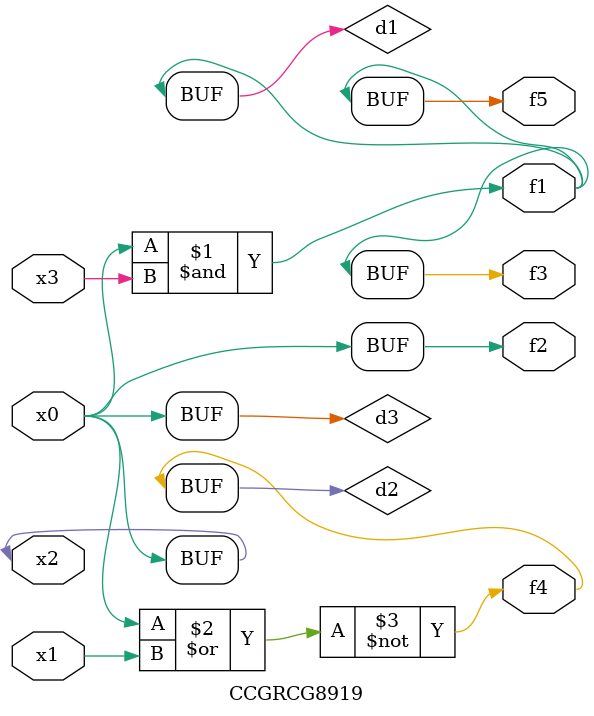
<source format=v>
module CCGRCG8919(
	input x0, x1, x2, x3,
	output f1, f2, f3, f4, f5
);

	wire d1, d2, d3;

	and (d1, x2, x3);
	nor (d2, x0, x1);
	buf (d3, x0, x2);
	assign f1 = d1;
	assign f2 = d3;
	assign f3 = d1;
	assign f4 = d2;
	assign f5 = d1;
endmodule

</source>
